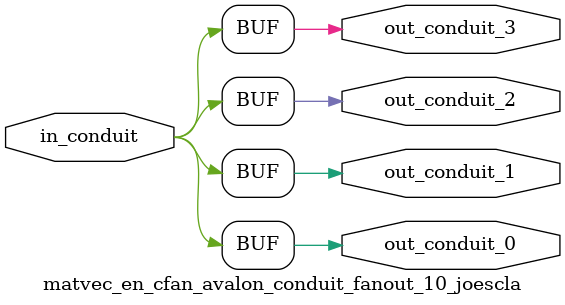
<source format=sv>


 


// --------------------------------------------------------------------------------
//| Avalon Conduit Fan-Out
// --------------------------------------------------------------------------------

// ------------------------------------------
// Generation parameters:
//   output_name:       matvec_en_cfan_avalon_conduit_fanout_10_joescla
//   numFanOut:         4
//   
// ------------------------------------------

module matvec_en_cfan_avalon_conduit_fanout_10_joescla (     

// Interface: out_conduit_0
 output                    out_conduit_0,
// Interface: out_conduit_1
 output                    out_conduit_1,
// Interface: out_conduit_2
 output                    out_conduit_2,
// Interface: out_conduit_3
 output                    out_conduit_3,

// Interface: in_conduit
 input                   in_conduit

);

   assign  out_conduit_0 = in_conduit;
   assign  out_conduit_1 = in_conduit;
   assign  out_conduit_2 = in_conduit;
   assign  out_conduit_3 = in_conduit;

endmodule //


</source>
